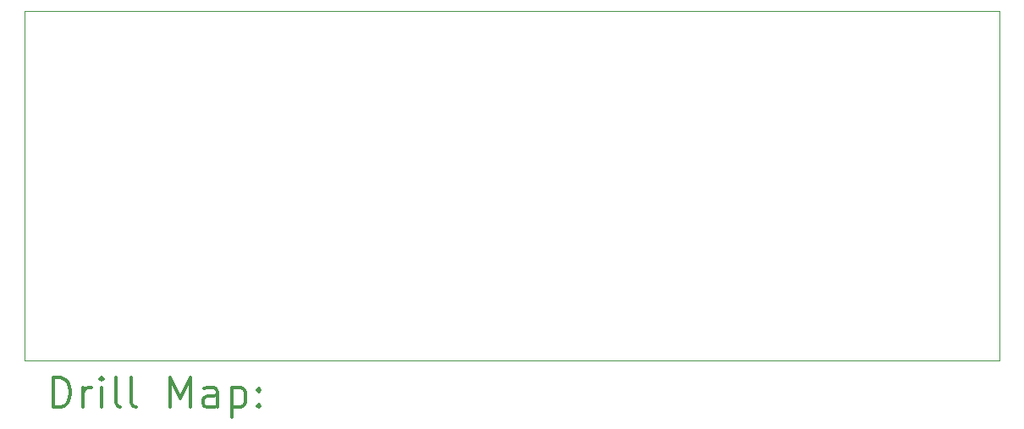
<source format=gbr>
%FSLAX45Y45*%
G04 Gerber Fmt 4.5, Leading zero omitted, Abs format (unit mm)*
G04 Created by KiCad (PCBNEW (5.1.4)-1) date 2021-09-06 00:09:25*
%MOMM*%
%LPD*%
G04 APERTURE LIST*
%ADD10C,0.050000*%
%ADD11C,0.200000*%
%ADD12C,0.300000*%
G04 APERTURE END LIST*
D10*
X19000000Y-11500000D02*
X9250000Y-11500000D01*
X19000000Y-15000000D02*
X19000000Y-11500000D01*
X9250000Y-15000000D02*
X19000000Y-15000000D01*
X9250000Y-11500000D02*
X9250000Y-15000000D01*
D11*
D12*
X9533928Y-15468214D02*
X9533928Y-15168214D01*
X9605357Y-15168214D01*
X9648214Y-15182500D01*
X9676786Y-15211071D01*
X9691071Y-15239643D01*
X9705357Y-15296786D01*
X9705357Y-15339643D01*
X9691071Y-15396786D01*
X9676786Y-15425357D01*
X9648214Y-15453929D01*
X9605357Y-15468214D01*
X9533928Y-15468214D01*
X9833928Y-15468214D02*
X9833928Y-15268214D01*
X9833928Y-15325357D02*
X9848214Y-15296786D01*
X9862500Y-15282500D01*
X9891071Y-15268214D01*
X9919643Y-15268214D01*
X10019643Y-15468214D02*
X10019643Y-15268214D01*
X10019643Y-15168214D02*
X10005357Y-15182500D01*
X10019643Y-15196786D01*
X10033928Y-15182500D01*
X10019643Y-15168214D01*
X10019643Y-15196786D01*
X10205357Y-15468214D02*
X10176786Y-15453929D01*
X10162500Y-15425357D01*
X10162500Y-15168214D01*
X10362500Y-15468214D02*
X10333928Y-15453929D01*
X10319643Y-15425357D01*
X10319643Y-15168214D01*
X10705357Y-15468214D02*
X10705357Y-15168214D01*
X10805357Y-15382500D01*
X10905357Y-15168214D01*
X10905357Y-15468214D01*
X11176786Y-15468214D02*
X11176786Y-15311071D01*
X11162500Y-15282500D01*
X11133928Y-15268214D01*
X11076786Y-15268214D01*
X11048214Y-15282500D01*
X11176786Y-15453929D02*
X11148214Y-15468214D01*
X11076786Y-15468214D01*
X11048214Y-15453929D01*
X11033928Y-15425357D01*
X11033928Y-15396786D01*
X11048214Y-15368214D01*
X11076786Y-15353929D01*
X11148214Y-15353929D01*
X11176786Y-15339643D01*
X11319643Y-15268214D02*
X11319643Y-15568214D01*
X11319643Y-15282500D02*
X11348214Y-15268214D01*
X11405357Y-15268214D01*
X11433928Y-15282500D01*
X11448214Y-15296786D01*
X11462500Y-15325357D01*
X11462500Y-15411071D01*
X11448214Y-15439643D01*
X11433928Y-15453929D01*
X11405357Y-15468214D01*
X11348214Y-15468214D01*
X11319643Y-15453929D01*
X11591071Y-15439643D02*
X11605357Y-15453929D01*
X11591071Y-15468214D01*
X11576786Y-15453929D01*
X11591071Y-15439643D01*
X11591071Y-15468214D01*
X11591071Y-15282500D02*
X11605357Y-15296786D01*
X11591071Y-15311071D01*
X11576786Y-15296786D01*
X11591071Y-15282500D01*
X11591071Y-15311071D01*
M02*

</source>
